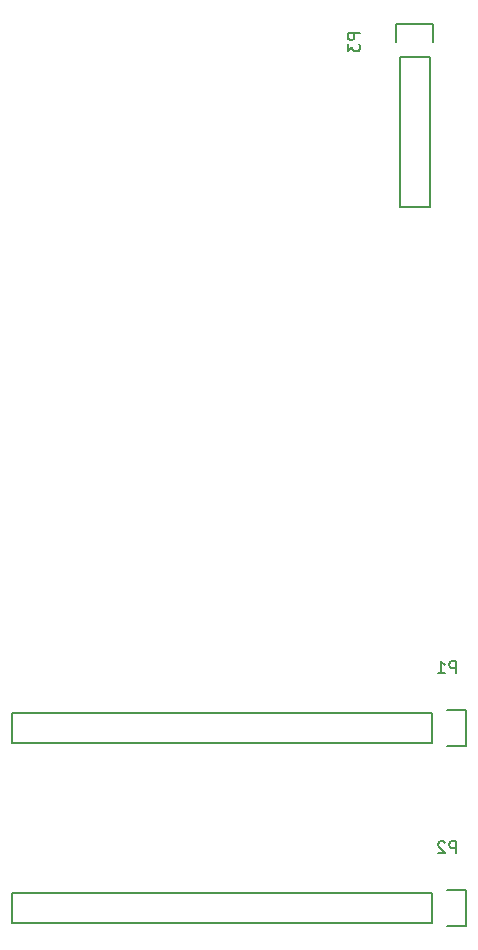
<source format=gbo>
G04 #@! TF.FileFunction,Legend,Bot*
%FSLAX46Y46*%
G04 Gerber Fmt 4.6, Leading zero omitted, Abs format (unit mm)*
G04 Created by KiCad (PCBNEW 4.0.4-stable) date Thursday, December 08, 2016 'AMt' 10:27:16 AM*
%MOMM*%
%LPD*%
G01*
G04 APERTURE LIST*
%ADD10C,0.100000*%
%ADD11C,0.150000*%
G04 APERTURE END LIST*
D10*
D11*
X140983500Y-133285500D02*
X105423500Y-133285500D01*
X105423500Y-133285500D02*
X105423500Y-135825500D01*
X105423500Y-135825500D02*
X140983500Y-135825500D01*
X143803500Y-136105500D02*
X142253500Y-136105500D01*
X140983500Y-135825500D02*
X140983500Y-133285500D01*
X142253500Y-133005500D02*
X143803500Y-133005500D01*
X143803500Y-133005500D02*
X143803500Y-136105500D01*
X140983500Y-148525500D02*
X105423500Y-148525500D01*
X105423500Y-148525500D02*
X105423500Y-151065500D01*
X105423500Y-151065500D02*
X140983500Y-151065500D01*
X143803500Y-151345500D02*
X142253500Y-151345500D01*
X140983500Y-151065500D02*
X140983500Y-148525500D01*
X142253500Y-148245500D02*
X143803500Y-148245500D01*
X143803500Y-148245500D02*
X143803500Y-151345500D01*
X140758001Y-77724000D02*
X140758001Y-90424000D01*
X140758001Y-90424000D02*
X138218001Y-90424000D01*
X138218001Y-90424000D02*
X138218001Y-77724000D01*
X141038001Y-74904000D02*
X141038001Y-76454000D01*
X140758001Y-77724000D02*
X138218001Y-77724000D01*
X137938001Y-76454000D02*
X137938001Y-74904000D01*
X137938001Y-74904000D02*
X141038001Y-74904000D01*
X142991595Y-129907881D02*
X142991595Y-128907881D01*
X142610642Y-128907881D01*
X142515404Y-128955500D01*
X142467785Y-129003119D01*
X142420166Y-129098357D01*
X142420166Y-129241214D01*
X142467785Y-129336452D01*
X142515404Y-129384071D01*
X142610642Y-129431690D01*
X142991595Y-129431690D01*
X141467785Y-129907881D02*
X142039214Y-129907881D01*
X141753500Y-129907881D02*
X141753500Y-128907881D01*
X141848738Y-129050738D01*
X141943976Y-129145976D01*
X142039214Y-129193595D01*
X142991595Y-145147881D02*
X142991595Y-144147881D01*
X142610642Y-144147881D01*
X142515404Y-144195500D01*
X142467785Y-144243119D01*
X142420166Y-144338357D01*
X142420166Y-144481214D01*
X142467785Y-144576452D01*
X142515404Y-144624071D01*
X142610642Y-144671690D01*
X142991595Y-144671690D01*
X142039214Y-144243119D02*
X141991595Y-144195500D01*
X141896357Y-144147881D01*
X141658261Y-144147881D01*
X141563023Y-144195500D01*
X141515404Y-144243119D01*
X141467785Y-144338357D01*
X141467785Y-144433595D01*
X141515404Y-144576452D01*
X142086833Y-145147881D01*
X141467785Y-145147881D01*
X134840382Y-75715905D02*
X133840382Y-75715905D01*
X133840382Y-76096858D01*
X133888001Y-76192096D01*
X133935620Y-76239715D01*
X134030858Y-76287334D01*
X134173715Y-76287334D01*
X134268953Y-76239715D01*
X134316572Y-76192096D01*
X134364191Y-76096858D01*
X134364191Y-75715905D01*
X133840382Y-76620667D02*
X133840382Y-77239715D01*
X134221334Y-76906381D01*
X134221334Y-77049239D01*
X134268953Y-77144477D01*
X134316572Y-77192096D01*
X134411811Y-77239715D01*
X134649906Y-77239715D01*
X134745144Y-77192096D01*
X134792763Y-77144477D01*
X134840382Y-77049239D01*
X134840382Y-76763524D01*
X134792763Y-76668286D01*
X134745144Y-76620667D01*
M02*

</source>
